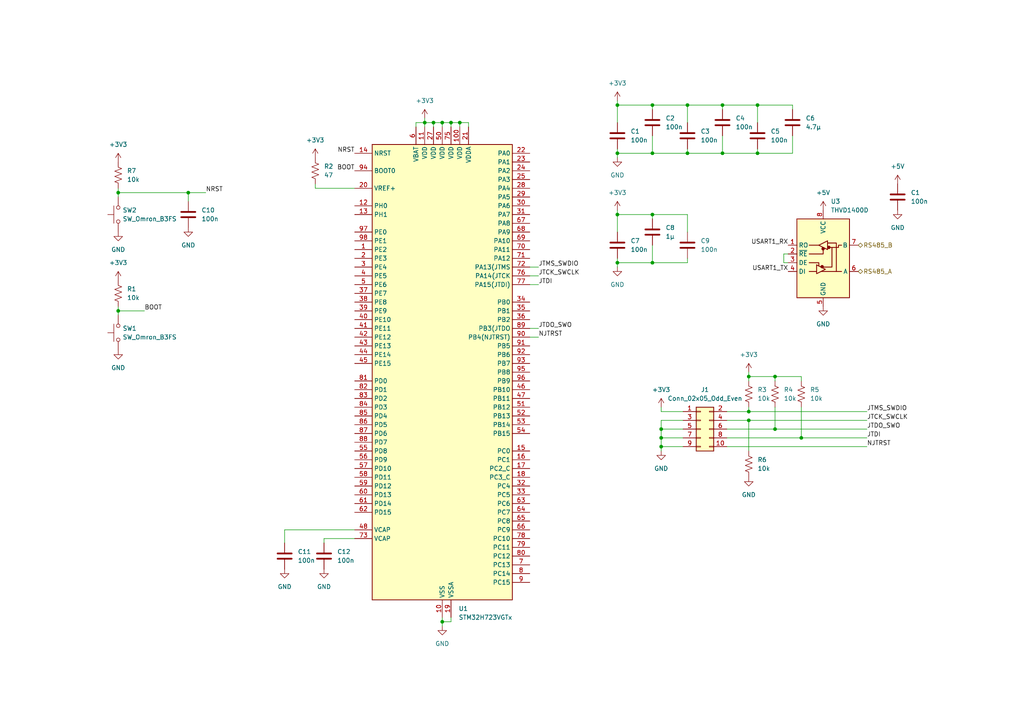
<source format=kicad_sch>
(kicad_sch (version 20230121) (generator eeschema)
  (paper "A4")
  (lib_symbols
    (symbol "Connector_Generic:Conn_02x05_Odd_Even" (pin_names (offset 1.016) hide)
      (property "Reference" "J" (at 1.27 7.62 0))
      (property "Value" "Conn_02x05_Odd_Even" (at 1.27 -7.62 0))
      (symbol "Conn_02x05_Odd_Even_1_1"
        (rectangle (start -1.27 -4.953) (end 0 -5.207) (stroke (width 0.1524)))
        (rectangle (start -1.27 -2.413) (end 0 -2.667) (stroke (width 0.1524)))
        (rectangle (start -1.27 0.127) (end 0 -0.127) (stroke (width 0.1524)))
        (rectangle (start -1.27 2.667) (end 0 2.413) (stroke (width 0.1524)))
        (rectangle (start -1.27 5.207) (end 0 4.953) (stroke (width 0.1524)))
        (rectangle (start -1.27 6.35) (end 3.81 -6.35) (stroke (width 0.254)) (fill (type background)))
        (rectangle (start 3.81 -4.953) (end 2.54 -5.207) (stroke (width 0.1524)))
        (rectangle (start 3.81 -2.413) (end 2.54 -2.667) (stroke (width 0.1524)))
        (rectangle (start 3.81 0.127) (end 2.54 -0.127) (stroke (width 0.1524)))
        (rectangle (start 3.81 2.667) (end 2.54 2.413) (stroke (width 0.1524)))
        (rectangle (start 3.81 5.207) (end 2.54 4.953) (stroke (width 0.1524)))
        (pin passive line (at -5.08 5.08 0) (length 3.81) (name "Pin_1") (number "1"))
        (pin passive line (at 7.62 -5.08 180) (length 3.81) (name "Pin_10") (number "10"))
        (pin passive line (at 7.62 5.08 180) (length 3.81) (name "Pin_2") (number "2"))
        (pin passive line (at -5.08 2.54 0) (length 3.81) (name "Pin_3") (number "3"))
        (pin passive line (at 7.62 2.54 180) (length 3.81) (name "Pin_4") (number "4"))
        (pin passive line (at -5.08 0 0) (length 3.81) (name "Pin_5") (number "5"))
        (pin passive line (at 7.62 0 180) (length 3.81) (name "Pin_6") (number "6"))
        (pin passive line (at -5.08 -2.54 0) (length 3.81) (name "Pin_7") (number "7"))
        (pin passive line (at 7.62 -2.54 180) (length 3.81) (name "Pin_8") (number "8"))
        (pin passive line (at -5.08 -5.08 0) (length 3.81) (name "Pin_9") (number "9"))
      )
    )
    (symbol "Device:C" (pin_numbers hide) (pin_names (offset 0.254))
      (property "Reference" "C" (at 0.635 2.54 0))
      (property "Value" "C" (at 0.635 -2.54 0))
      (symbol "C_0_1"
        (polyline (pts (xy -2.032 -0.762) (xy 2.032 -0.762)) (stroke (width 0.508)))
        (polyline (pts (xy -2.032 0.762) (xy 2.032 0.762)) (stroke (width 0.508)))
      )
      (symbol "C_1_1"
        (pin passive line (at 0 3.81 270) (length 2.794) (name "~") (number "1"))
        (pin passive line (at 0 -3.81 90) (length 2.794) (name "~") (number "2"))
      )
    )
    (symbol "Device:R_US" (pin_numbers hide) (pin_names (offset 0))
      (property "Reference" "R" (at 2.54 0 90))
      (property "Value" "R_US" (at -2.54 0 90))
      (symbol "R_US_0_1"
        (polyline (pts (xy 0 -2.286) (xy 0 -2.54)))
        (polyline (pts (xy 0 2.286) (xy 0 2.54)))
        (polyline (pts (xy 0 -0.762) (xy 1.016 -1.143) (xy 0 -1.524) (xy -1.016 -1.905) (xy 0 -2.286)))
        (polyline (pts (xy 0 0.762) (xy 1.016 0.381) (xy 0 0) (xy -1.016 -0.381) (xy 0 -0.762)))
        (polyline (pts (xy 0 2.286) (xy 1.016 1.905) (xy 0 1.524) (xy -1.016 1.143) (xy 0 0.762)))
      )
      (symbol "R_US_1_1"
        (pin passive line (at 0 3.81 270) (length 1.27) (name "~") (number "1"))
        (pin passive line (at 0 -3.81 90) (length 1.27) (name "~") (number "2"))
      )
    )
    (symbol "Interface_UART:THVD1400D"
      (property "Reference" "U" (at -6.096 11.43 0))
      (property "Value" "THVD1400D" (at 0.762 11.43 0))
      (symbol "THVD1400D_0_1"
        (rectangle (start -7.62 10.16) (end 7.62 -12.7) (stroke (width 0.254)) (fill (type background)))
        (circle (center -0.3048 -3.683) (radius 0.3556) (stroke (width 0.254)) (fill (type outline)))
        (circle (center -0.0254 1.4986) (radius 0.3556) (stroke (width 0.254)) (fill (type outline)))
        (polyline (pts (xy -4.064 -5.08) (xy -1.905 -5.08)) (stroke (width 0.254)))
        (polyline (pts (xy -4.064 2.54) (xy -1.27 2.54)) (stroke (width 0.254)))
        (polyline (pts (xy -1.27 -3.2004) (xy -1.27 -3.4544)) (stroke (width 0.254)))
        (polyline (pts (xy -0.635 -5.08) (xy 5.334 -5.08)) (stroke (width 0.254)))
        (polyline (pts (xy -4.064 -2.54) (xy -1.27 -2.54) (xy -1.27 -3.175)) (stroke (width 0.254)))
        (polyline (pts (xy 0 1.27) (xy 0 0) (xy -4.064 0)) (stroke (width 0.254)))
        (polyline (pts (xy 1.27 3.175) (xy 3.81 3.175) (xy 3.81 -5.08)) (stroke (width 0.254)))
        (polyline (pts (xy 2.54 1.905) (xy 2.54 -3.81) (xy 0 -3.81)) (stroke (width 0.254)))
        (polyline (pts (xy -1.905 -3.175) (xy -1.905 -5.715) (xy 0.635 -4.445) (xy -1.905 -3.175)) (stroke (width 0.254)))
        (polyline (pts (xy -1.27 2.54) (xy 1.27 3.81) (xy 1.27 1.27) (xy -1.27 2.54)) (stroke (width 0.254)))
        (polyline (pts (xy 1.905 1.905) (xy 4.445 1.905) (xy 4.445 2.54) (xy 5.334 2.54)) (stroke (width 0.254)))
        (rectangle (start 1.27 3.175) (end 1.27 3.175))
        (circle (center 1.651 1.905) (radius 0.3556) (stroke (width 0.254)) (fill (type outline)))
      )
      (symbol "THVD1400D_1_1"
        (pin output line (at -10.16 2.54 0) (length 2.54) (name "RO") (number "1"))
        (pin input line (at -10.16 0 0) (length 2.54) (name "~{RE}") (number "2"))
        (pin input line (at -10.16 -2.54 0) (length 2.54) (name "DE") (number "3"))
        (pin input line (at -10.16 -5.08 0) (length 2.54) (name "DI") (number "4"))
        (pin power_in line (at 0 -15.24 90) (length 2.54) (name "GND") (number "5"))
        (pin bidirectional line (at 10.16 -5.08 180) (length 2.54) (name "A") (number "6"))
        (pin bidirectional line (at 10.16 2.54 180) (length 2.54) (name "B") (number "7"))
        (pin power_in line (at 0 12.7 270) (length 2.54) (name "VCC") (number "8"))
      )
    )
    (symbol "MCU_ST_STM32H7:STM32H723VGTx"
      (property "Reference" "U" (at -20.32 67.31 0))
      (property "Value" "STM32H723VGTx" (at 10.16 67.31 0))
      (symbol "STM32H723VGTx_0_1"
        (rectangle (start -20.32 -66.04) (end 20.32 66.04) (stroke (width 0.254)) (fill (type background)))
      )
      (symbol "STM32H723VGTx_1_1"
        (pin bidirectional line (at -25.4 35.56 0) (length 5.08) (name "PE2") (number "1"))
        (pin power_in line (at 0 -71.12 90) (length 5.08) (name "VSS") (number "10"))
        (pin power_in line (at 5.08 71.12 270) (length 5.08) (name "VDD") (number "100"))
        (pin power_in line (at -5.08 71.12 270) (length 5.08) (name "VDD") (number "11"))
        (pin bidirectional line (at -25.4 48.26 0) (length 5.08) (name "PH0") (number "12"))
        (pin bidirectional line (at -25.4 45.72 0) (length 5.08) (name "PH1") (number "13"))
        (pin input line (at -25.4 63.5 0) (length 5.08) (name "NRST") (number "14"))
        (pin bidirectional line (at 25.4 -22.86 180) (length 5.08) (name "PC0") (number "15"))
        (pin bidirectional line (at 25.4 -25.4 180) (length 5.08) (name "PC1") (number "16"))
        (pin bidirectional line (at 25.4 -27.94 180) (length 5.08) (name "PC2_C") (number "17"))
        (pin bidirectional line (at 25.4 -30.48 180) (length 5.08) (name "PC3_C") (number "18"))
        (pin power_in line (at 2.54 -71.12 90) (length 5.08) (name "VSSA") (number "19"))
        (pin bidirectional line (at -25.4 33.02 0) (length 5.08) (name "PE3") (number "2"))
        (pin input line (at -25.4 53.34 0) (length 5.08) (name "VREF+") (number "20"))
        (pin power_in line (at 7.62 71.12 270) (length 5.08) (name "VDDA") (number "21"))
        (pin bidirectional line (at 25.4 63.5 180) (length 5.08) (name "PA0") (number "22"))
        (pin bidirectional line (at 25.4 60.96 180) (length 5.08) (name "PA1") (number "23"))
        (pin bidirectional line (at 25.4 58.42 180) (length 5.08) (name "PA2") (number "24"))
        (pin bidirectional line (at 25.4 55.88 180) (length 5.08) (name "PA3") (number "25"))
        (pin passive line (at 0 -71.12 90) (length 5.08) hide (name "VSS") (number "26"))
        (pin power_in line (at -2.54 71.12 270) (length 5.08) (name "VDD") (number "27"))
        (pin bidirectional line (at 25.4 53.34 180) (length 5.08) (name "PA4") (number "28"))
        (pin bidirectional line (at 25.4 50.8 180) (length 5.08) (name "PA5") (number "29"))
        (pin bidirectional line (at -25.4 30.48 0) (length 5.08) (name "PE4") (number "3"))
        (pin bidirectional line (at 25.4 48.26 180) (length 5.08) (name "PA6") (number "30"))
        (pin bidirectional line (at 25.4 45.72 180) (length 5.08) (name "PA7") (number "31"))
        (pin bidirectional line (at 25.4 -33.02 180) (length 5.08) (name "PC4") (number "32"))
        (pin bidirectional line (at 25.4 -35.56 180) (length 5.08) (name "PC5") (number "33"))
        (pin bidirectional line (at 25.4 20.32 180) (length 5.08) (name "PB0") (number "34"))
        (pin bidirectional line (at 25.4 17.78 180) (length 5.08) (name "PB1") (number "35"))
        (pin bidirectional line (at 25.4 15.24 180) (length 5.08) (name "PB2") (number "36"))
        (pin bidirectional line (at -25.4 22.86 0) (length 5.08) (name "PE7") (number "37"))
        (pin bidirectional line (at -25.4 20.32 0) (length 5.08) (name "PE8") (number "38"))
        (pin bidirectional line (at -25.4 17.78 0) (length 5.08) (name "PE9") (number "39"))
        (pin bidirectional line (at -25.4 27.94 0) (length 5.08) (name "PE5") (number "4"))
        (pin bidirectional line (at -25.4 15.24 0) (length 5.08) (name "PE10") (number "40"))
        (pin bidirectional line (at -25.4 12.7 0) (length 5.08) (name "PE11") (number "41"))
        (pin bidirectional line (at -25.4 10.16 0) (length 5.08) (name "PE12") (number "42"))
        (pin bidirectional line (at -25.4 7.62 0) (length 5.08) (name "PE13") (number "43"))
        (pin bidirectional line (at -25.4 5.08 0) (length 5.08) (name "PE14") (number "44"))
        (pin bidirectional line (at -25.4 2.54 0) (length 5.08) (name "PE15") (number "45"))
        (pin bidirectional line (at 25.4 -5.08 180) (length 5.08) (name "PB10") (number "46"))
        (pin bidirectional line (at 25.4 -7.62 180) (length 5.08) (name "PB11") (number "47"))
        (pin power_out line (at -25.4 -45.72 0) (length 5.08) (name "VCAP") (number "48"))
        (pin passive line (at 0 -71.12 90) (length 5.08) hide (name "VSS") (number "49"))
        (pin bidirectional line (at -25.4 25.4 0) (length 5.08) (name "PE6") (number "5"))
        (pin power_in line (at 0 71.12 270) (length 5.08) (name "VDD") (number "50"))
        (pin bidirectional line (at 25.4 -10.16 180) (length 5.08) (name "PB12") (number "51"))
        (pin bidirectional line (at 25.4 -12.7 180) (length 5.08) (name "PB13") (number "52"))
        (pin bidirectional line (at 25.4 -15.24 180) (length 5.08) (name "PB14") (number "53"))
        (pin bidirectional line (at 25.4 -17.78 180) (length 5.08) (name "PB15") (number "54"))
        (pin bidirectional line (at -25.4 -22.86 0) (length 5.08) (name "PD8") (number "55"))
        (pin bidirectional line (at -25.4 -25.4 0) (length 5.08) (name "PD9") (number "56"))
        (pin bidirectional line (at -25.4 -27.94 0) (length 5.08) (name "PD10") (number "57"))
        (pin bidirectional line (at -25.4 -30.48 0) (length 5.08) (name "PD11") (number "58"))
        (pin bidirectional line (at -25.4 -33.02 0) (length 5.08) (name "PD12") (number "59"))
        (pin power_in line (at -7.62 71.12 270) (length 5.08) (name "VBAT") (number "6"))
        (pin bidirectional line (at -25.4 -35.56 0) (length 5.08) (name "PD13") (number "60"))
        (pin bidirectional line (at -25.4 -38.1 0) (length 5.08) (name "PD14") (number "61"))
        (pin bidirectional line (at -25.4 -40.64 0) (length 5.08) (name "PD15") (number "62"))
        (pin bidirectional line (at 25.4 -38.1 180) (length 5.08) (name "PC6") (number "63"))
        (pin bidirectional line (at 25.4 -40.64 180) (length 5.08) (name "PC7") (number "64"))
        (pin bidirectional line (at 25.4 -43.18 180) (length 5.08) (name "PC8") (number "65"))
        (pin bidirectional line (at 25.4 -45.72 180) (length 5.08) (name "PC9") (number "66"))
        (pin bidirectional line (at 25.4 43.18 180) (length 5.08) (name "PA8") (number "67"))
        (pin bidirectional line (at 25.4 40.64 180) (length 5.08) (name "PA9") (number "68"))
        (pin bidirectional line (at 25.4 38.1 180) (length 5.08) (name "PA10") (number "69"))
        (pin bidirectional line (at 25.4 -55.88 180) (length 5.08) (name "PC13") (number "7"))
        (pin bidirectional line (at 25.4 35.56 180) (length 5.08) (name "PA11") (number "70"))
        (pin bidirectional line (at 25.4 33.02 180) (length 5.08) (name "PA12") (number "71"))
        (pin bidirectional line (at 25.4 30.48 180) (length 5.08) (name "PA13(JTMS") (number "72"))
        (pin power_out line (at -25.4 -48.26 0) (length 5.08) (name "VCAP") (number "73"))
        (pin passive line (at 0 -71.12 90) (length 5.08) hide (name "VSS") (number "74"))
        (pin power_in line (at 2.54 71.12 270) (length 5.08) (name "VDD") (number "75"))
        (pin bidirectional line (at 25.4 27.94 180) (length 5.08) (name "PA14(JTCK") (number "76"))
        (pin bidirectional line (at 25.4 25.4 180) (length 5.08) (name "PA15(JTDI)") (number "77"))
        (pin bidirectional line (at 25.4 -48.26 180) (length 5.08) (name "PC10") (number "78"))
        (pin bidirectional line (at 25.4 -50.8 180) (length 5.08) (name "PC11") (number "79"))
        (pin bidirectional line (at 25.4 -58.42 180) (length 5.08) (name "PC14") (number "8"))
        (pin bidirectional line (at 25.4 -53.34 180) (length 5.08) (name "PC12") (number "80"))
        (pin bidirectional line (at -25.4 -2.54 0) (length 5.08) (name "PD0") (number "81"))
        (pin bidirectional line (at -25.4 -5.08 0) (length 5.08) (name "PD1") (number "82"))
        (pin bidirectional line (at -25.4 -7.62 0) (length 5.08) (name "PD2") (number "83"))
        (pin bidirectional line (at -25.4 -10.16 0) (length 5.08) (name "PD3") (number "84"))
        (pin bidirectional line (at -25.4 -12.7 0) (length 5.08) (name "PD4") (number "85"))
        (pin bidirectional line (at -25.4 -15.24 0) (length 5.08) (name "PD5") (number "86"))
        (pin bidirectional line (at -25.4 -17.78 0) (length 5.08) (name "PD6") (number "87"))
        (pin bidirectional line (at -25.4 -20.32 0) (length 5.08) (name "PD7") (number "88"))
        (pin bidirectional line (at 25.4 12.7 180) (length 5.08) (name "PB3(JTDO") (number "89"))
        (pin bidirectional line (at 25.4 -60.96 180) (length 5.08) (name "PC15") (number "9"))
        (pin bidirectional line (at 25.4 10.16 180) (length 5.08) (name "PB4(NJTRST)") (number "90"))
        (pin bidirectional line (at 25.4 7.62 180) (length 5.08) (name "PB5") (number "91"))
        (pin bidirectional line (at 25.4 5.08 180) (length 5.08) (name "PB6") (number "92"))
        (pin bidirectional line (at 25.4 2.54 180) (length 5.08) (name "PB7") (number "93"))
        (pin input line (at -25.4 58.42 0) (length 5.08) (name "BOOT0") (number "94"))
        (pin bidirectional line (at 25.4 0 180) (length 5.08) (name "PB8") (number "95"))
        (pin bidirectional line (at 25.4 -2.54 180) (length 5.08) (name "PB9") (number "96"))
        (pin bidirectional line (at -25.4 40.64 0) (length 5.08) (name "PE0") (number "97"))
        (pin bidirectional line (at -25.4 38.1 0) (length 5.08) (name "PE1") (number "98"))
        (pin passive line (at 0 -71.12 90) (length 5.08) hide (name "VSS") (number "99"))
      )
    )
    (symbol "Switch:SW_Omron_B3FS" (pin_numbers hide) (pin_names (offset 1.016) hide)
      (property "Reference" "SW" (at 1.27 2.54 0))
      (property "Value" "SW_Omron_B3FS" (at 0 -1.524 0))
      (symbol "SW_Omron_B3FS_0_1"
        (circle (center -2.032 0) (radius 0.508))
        (polyline (pts (xy 0 1.27) (xy 0 3.048)))
        (polyline (pts (xy 2.54 1.27) (xy -2.54 1.27)))
        (circle (center 2.032 0) (radius 0.508))
        (pin passive line (at -5.08 0 0) (length 2.54) (name "1") (number "1"))
        (pin passive line (at 5.08 0 180) (length 2.54) (name "2") (number "2"))
      )
    )
    (symbol "power:+3V3" (power) (pin_names (offset 0))
      (property "Value" "+3V3" (at 0 3.556 0))
      (symbol "+3V3_0_1"
        (polyline (pts (xy -0.762 1.27) (xy 0 2.54)))
        (polyline (pts (xy 0 0) (xy 0 2.54)))
        (polyline (pts (xy 0 2.54) (xy 0.762 1.27)))
      )
      (symbol "+3V3_1_1"
        (pin power_in line (at 0 0 90) (length 0) hide (name "+3V3") (number "1"))
      )
    )
    (symbol "power:+5V" (power) (pin_names (offset 0))
      (property "Value" "+5V" (at 0 3.556 0))
      (symbol "+5V_0_1"
        (polyline (pts (xy -0.762 1.27) (xy 0 2.54)))
        (polyline (pts (xy 0 0) (xy 0 2.54)))
        (polyline (pts (xy 0 2.54) (xy 0.762 1.27)))
      )
      (symbol "+5V_1_1"
        (pin power_in line (at 0 0 90) (length 0) hide (name "+5V") (number "1"))
      )
    )
    (symbol "power:GND" (power) (pin_names (offset 0))
      (property "Value" "GND" (at 0 -3.81 0))
      (symbol "GND_0_1"
        (polyline (pts (xy 0 0) (xy 0 -1.27) (xy 1.27 -1.27) (xy 0 -2.54) (xy -1.27 -1.27) (xy 0 -1.27)))
      )
      (symbol "GND_1_1"
        (pin power_in line (at 0 0 270) (length 0) hide (name "GND") (number "1"))
      )
    )
  )
  (junction (at 189.23 62.23))
  (junction (at 179.07 62.23))
  (junction (at 34.29 90.17))
  (junction (at 179.07 76.2))
  (junction (at 209.55 30.48))
  (junction (at 128.27 180.34))
  (junction (at 232.41 127))
  (junction (at 224.79 109.22))
  (junction (at 217.17 121.92))
  (junction (at 209.55 44.45))
  (junction (at 191.77 124.46))
  (junction (at 189.23 30.48))
  (junction (at 219.71 44.45))
  (junction (at 179.07 30.48))
  (junction (at 179.07 44.45))
  (junction (at 217.17 109.22))
  (junction (at 189.23 44.45))
  (junction (at 128.27 35.56))
  (junction (at 199.39 44.45))
  (junction (at 54.61 55.88))
  (junction (at 219.71 30.48))
  (junction (at 125.73 35.56))
  (junction (at 191.77 129.54))
  (junction (at 130.81 35.56))
  (junction (at 199.39 30.48))
  (junction (at 133.35 35.56))
  (junction (at 34.29 55.88))
  (junction (at 123.19 35.56))
  (junction (at 224.79 124.46))
  (junction (at 189.23 76.2))
  (junction (at 217.17 119.38))
  (junction (at 191.77 127))
  (wire (pts (xy 219.71 30.48) (xy 229.87 30.48)))
  (wire (pts (xy 227.33 76.2) (xy 228.6 76.2)))
  (wire (pts (xy 179.07 30.48) (xy 179.07 35.56)))
  (wire (pts (xy 189.23 30.48) (xy 189.23 31.75)))
  (wire (pts (xy 251.46 127) (xy 232.41 127)))
  (wire (pts (xy 82.55 153.67) (xy 82.55 157.48)))
  (wire (pts (xy 199.39 43.18) (xy 199.39 44.45)))
  (wire (pts (xy 232.41 118.11) (xy 232.41 127)))
  (wire (pts (xy 191.77 129.54) (xy 191.77 127)))
  (wire (pts (xy 191.77 129.54) (xy 198.12 129.54)))
  (wire (pts (xy 210.82 124.46) (xy 224.79 124.46)))
  (wire (pts (xy 125.73 35.56) (xy 125.73 36.83)))
  (wire (pts (xy 224.79 124.46) (xy 251.46 124.46)))
  (wire (pts (xy 199.39 62.23) (xy 189.23 62.23)))
  (wire (pts (xy 153.67 82.55) (xy 156.21 82.55)))
  (wire (pts (xy 209.55 44.45) (xy 219.71 44.45)))
  (wire (pts (xy 54.61 55.88) (xy 54.61 58.42)))
  (wire (pts (xy 130.81 35.56) (xy 130.81 36.83)))
  (wire (pts (xy 191.77 119.38) (xy 198.12 119.38)))
  (wire (pts (xy 91.44 53.34) (xy 91.44 54.61)))
  (wire (pts (xy 123.19 34.29) (xy 123.19 35.56)))
  (wire (pts (xy 191.77 127) (xy 191.77 124.46)))
  (wire (pts (xy 128.27 180.34) (xy 130.81 180.34)))
  (wire (pts (xy 123.19 35.56) (xy 125.73 35.56)))
  (wire (pts (xy 179.07 74.93) (xy 179.07 76.2)))
  (wire (pts (xy 130.81 179.07) (xy 130.81 180.34)))
  (wire (pts (xy 224.79 118.11) (xy 224.79 124.46)))
  (wire (pts (xy 102.87 153.67) (xy 82.55 153.67)))
  (wire (pts (xy 232.41 110.49) (xy 232.41 109.22)))
  (wire (pts (xy 179.07 44.45) (xy 189.23 44.45)))
  (wire (pts (xy 191.77 124.46) (xy 198.12 124.46)))
  (wire (pts (xy 199.39 74.93) (xy 199.39 76.2)))
  (wire (pts (xy 199.39 30.48) (xy 209.55 30.48)))
  (wire (pts (xy 209.55 30.48) (xy 209.55 31.75)))
  (wire (pts (xy 217.17 118.11) (xy 217.17 119.38)))
  (wire (pts (xy 179.07 76.2) (xy 179.07 77.47)))
  (wire (pts (xy 34.29 55.88) (xy 34.29 57.15)))
  (wire (pts (xy 191.77 121.92) (xy 198.12 121.92)))
  (wire (pts (xy 229.87 39.37) (xy 229.87 44.45)))
  (wire (pts (xy 135.89 36.83) (xy 135.89 35.56)))
  (wire (pts (xy 179.07 29.21) (xy 179.07 30.48)))
  (wire (pts (xy 179.07 43.18) (xy 179.07 44.45)))
  (wire (pts (xy 123.19 35.56) (xy 123.19 36.83)))
  (wire (pts (xy 128.27 35.56) (xy 130.81 35.56)))
  (wire (pts (xy 179.07 44.45) (xy 179.07 45.72)))
  (wire (pts (xy 228.6 73.66) (xy 227.33 73.66)))
  (wire (pts (xy 189.23 62.23) (xy 179.07 62.23)))
  (wire (pts (xy 189.23 76.2) (xy 199.39 76.2)))
  (wire (pts (xy 217.17 121.92) (xy 217.17 130.81)))
  (wire (pts (xy 232.41 109.22) (xy 224.79 109.22)))
  (wire (pts (xy 34.29 54.61) (xy 34.29 55.88)))
  (wire (pts (xy 217.17 121.92) (xy 210.82 121.92)))
  (wire (pts (xy 199.39 44.45) (xy 209.55 44.45)))
  (wire (pts (xy 128.27 180.34) (xy 128.27 181.61)))
  (wire (pts (xy 153.67 95.25) (xy 156.21 95.25)))
  (wire (pts (xy 91.44 54.61) (xy 102.87 54.61)))
  (wire (pts (xy 232.41 127) (xy 210.82 127)))
  (wire (pts (xy 219.71 43.18) (xy 219.71 44.45)))
  (wire (pts (xy 224.79 109.22) (xy 217.17 109.22)))
  (wire (pts (xy 199.39 67.31) (xy 199.39 62.23)))
  (wire (pts (xy 191.77 118.11) (xy 191.77 119.38)))
  (wire (pts (xy 93.98 156.21) (xy 93.98 157.48)))
  (wire (pts (xy 209.55 39.37) (xy 209.55 44.45)))
  (wire (pts (xy 189.23 30.48) (xy 199.39 30.48)))
  (wire (pts (xy 130.81 35.56) (xy 133.35 35.56)))
  (wire (pts (xy 227.33 73.66) (xy 227.33 76.2)))
  (wire (pts (xy 189.23 71.12) (xy 189.23 76.2)))
  (wire (pts (xy 128.27 179.07) (xy 128.27 180.34)))
  (wire (pts (xy 34.29 55.88) (xy 54.61 55.88)))
  (wire (pts (xy 34.29 88.9) (xy 34.29 90.17)))
  (wire (pts (xy 179.07 62.23) (xy 179.07 67.31)))
  (wire (pts (xy 120.65 35.56) (xy 123.19 35.56)))
  (wire (pts (xy 179.07 60.96) (xy 179.07 62.23)))
  (wire (pts (xy 199.39 30.48) (xy 199.39 35.56)))
  (wire (pts (xy 54.61 55.88) (xy 59.69 55.88)))
  (wire (pts (xy 217.17 121.92) (xy 251.46 121.92)))
  (wire (pts (xy 209.55 30.48) (xy 219.71 30.48)))
  (wire (pts (xy 191.77 127) (xy 198.12 127)))
  (wire (pts (xy 34.29 90.17) (xy 41.91 90.17)))
  (wire (pts (xy 189.23 44.45) (xy 199.39 44.45)))
  (wire (pts (xy 217.17 109.22) (xy 217.17 110.49)))
  (wire (pts (xy 191.77 124.46) (xy 191.77 121.92)))
  (wire (pts (xy 251.46 119.38) (xy 217.17 119.38)))
  (wire (pts (xy 34.29 90.17) (xy 34.29 91.44)))
  (wire (pts (xy 217.17 107.95) (xy 217.17 109.22)))
  (wire (pts (xy 179.07 30.48) (xy 189.23 30.48)))
  (wire (pts (xy 224.79 109.22) (xy 224.79 110.49)))
  (wire (pts (xy 251.46 129.54) (xy 210.82 129.54)))
  (wire (pts (xy 189.23 39.37) (xy 189.23 44.45)))
  (wire (pts (xy 153.67 97.79) (xy 156.21 97.79)))
  (wire (pts (xy 128.27 35.56) (xy 128.27 36.83)))
  (wire (pts (xy 219.71 44.45) (xy 229.87 44.45)))
  (wire (pts (xy 102.87 156.21) (xy 93.98 156.21)))
  (wire (pts (xy 217.17 119.38) (xy 210.82 119.38)))
  (wire (pts (xy 191.77 130.81) (xy 191.77 129.54)))
  (wire (pts (xy 133.35 35.56) (xy 133.35 36.83)))
  (wire (pts (xy 179.07 76.2) (xy 189.23 76.2)))
  (wire (pts (xy 153.67 80.01) (xy 156.21 80.01)))
  (wire (pts (xy 120.65 36.83) (xy 120.65 35.56)))
  (wire (pts (xy 153.67 77.47) (xy 156.21 77.47)))
  (wire (pts (xy 189.23 63.5) (xy 189.23 62.23)))
  (wire (pts (xy 125.73 35.56) (xy 128.27 35.56)))
  (wire (pts (xy 229.87 31.75) (xy 229.87 30.48)))
  (wire (pts (xy 133.35 35.56) (xy 135.89 35.56)))
  (wire (pts (xy 219.71 30.48) (xy 219.71 35.56)))
  (label "JTDI" (at 156.21 82.55 0))
  (label "USART1_RX" (at 228.6 71.12 180))
  (label "JTMS_SWDIO" (at 251.46 119.38 0))
  (label "NRST" (at 102.87 44.45 180))
  (label "NRST" (at 59.69 55.88 0))
  (label "BOOT" (at 102.87 49.53 180))
  (label "JTCK_SWCLK" (at 156.21 80.01 0))
  (label "JTDO_SWO" (at 156.21 95.25 0))
  (label "JTCK_SWCLK" (at 251.46 121.92 0))
  (label "JTDO_SWO" (at 251.46 124.46 0))
  (label "NJTRST" (at 251.46 129.54 0))
  (label "USART1_TX" (at 228.6 78.74 180))
  (label "JTMS_SWDIO" (at 156.21 77.47 0))
  (label "NJTRST" (at 156.21 97.79 0))
  (label "BOOT" (at 41.91 90.17 0))
  (label "JTDI" (at 251.46 127 0))
  (hierarchical_label "RS485_B" (shape bidirectional) (at 248.92 71.12 0))
  (hierarchical_label "RS485_A" (shape bidirectional) (at 248.92 78.74 0))
  (symbol (lib_id "power:GND") (at 34.29 101.6 0) (unit 1)
    (property "Reference" "#PWR01" (effects hide))
    (property "Value" "GND" (at 34.29 106.68 0))
    (instances (project "fyp_nubots_ssl" (path "" (reference "#PWR01") (unit 1)) (path "" (reference "#PWR02") (unit 1))))
  )
  (symbol (lib_id "Device:C") (at 179.07 71.12 0) (unit 1)
    (property "Reference" "C7" (at 182.88 69.85 0) (effects (justify left)))
    (property "Value" "100n" (at 182.88 72.39 0) (effects (justify left)))
    (property "Footprint" "Capacitor_SMD:C_0603_1608Metric" (effects hide))
    (instances (project "fyp_nubots_ssl" (path "" (reference "C7") (unit 1)) (path "" (reference "C3") (unit 1))))
  )
  (symbol (lib_id "power:+3V3") (at 123.19 34.29 0) (unit 1)
    (property "Reference" "#PWR05" (effects hide))
    (property "Value" "+3V3" (at 123.19 29.21 0))
    (instances (project "fyp_nubots_ssl" (path "" (reference "#PWR05") (unit 1)) (path "" (reference "#PWR06") (unit 1))))
  )
  (symbol (lib_id "Device:R_US") (at 217.17 134.62 0) (unit 1)
    (property "Reference" "R6" (at 219.71 133.35 0) (effects (justify left)))
    (property "Value" "10k" (at 219.71 135.89 0) (effects (justify left)))
    (instances (project "fyp_nubots_ssl" (path "" (reference "R6") (unit 1)) (path "" (reference "R5") (unit 1))))
  )
  (symbol (lib_id "power:GND") (at 260.35 60.96 0) (unit 1)
    (property "Reference" "#PWR039" (effects hide))
    (property "Value" "GND" (at 260.35 66.04 0))
  )
  (symbol (lib_id "power:GND") (at 179.07 77.47 0) (unit 1)
    (property "Reference" "#PWR07" (effects hide))
    (property "Value" "GND" (at 179.07 82.55 0))
    (instances (project "fyp_nubots_ssl" (path "" (reference "#PWR07") (unit 1)) (path "" (reference "#PWR011") (unit 1))))
  )
  (symbol (lib_id "Device:C") (at 54.61 62.23 0) (unit 1)
    (property "Reference" "C10" (at 58.42 60.96 0) (effects (justify left)))
    (property "Value" "100n" (at 58.42 63.5 0) (effects (justify left)))
    (property "Footprint" "Capacitor_SMD:C_0603_1608Metric" (effects hide))
    (instances (project "fyp_nubots_ssl" (path "" (reference "C10") (unit 1)) (path "" (reference "C6") (unit 1))))
  )
  (symbol (lib_id "Device:R_US") (at 91.44 49.53 180) (unit 1)
    (property "Reference" "R2" (at 93.98 48.26 0) (effects (justify right)))
    (property "Value" "47" (at 93.98 50.8 0) (effects (justify right)))
    (property "Footprint" "Resistor_SMD:R_0603_1608Metric" (effects hide))
  )
  (symbol (lib_id "power:GND") (at 217.17 138.43 0) (unit 1)
    (property "Reference" "#PWR012" (effects hide))
    (property "Value" "GND" (at 217.17 143.51 0))
    (instances (project "fyp_nubots_ssl" (path "" (reference "#PWR012") (unit 1)) (path "" (reference "#PWR015") (unit 1))))
  )
  (symbol (lib_id "Device:C") (at 82.55 161.29 180) (unit 1)
    (property "Reference" "C11" (at 86.36 160.02 0) (effects (justify right)))
    (property "Value" "100n" (at 86.36 162.56 0) (effects (justify right)))
    (property "Footprint" "Capacitor_SMD:C_0603_1608Metric" (effects hide))
    (instances (project "fyp_nubots_ssl" (path "" (reference "C11") (unit 1)) (path "" (reference "C1") (unit 1))))
  )
  (symbol (lib_id "Device:C") (at 199.39 71.12 0) (unit 1)
    (property "Reference" "C9" (at 203.2 69.85 0) (effects (justify left)))
    (property "Value" "100n" (at 203.2 72.39 0) (effects (justify left)))
    (property "Footprint" "Capacitor_SMD:C_0603_1608Metric" (effects hide))
    (instances (project "fyp_nubots_ssl" (path "" (reference "C9") (unit 1)) (path "" (reference "C5") (unit 1))))
  )
  (symbol (lib_id "Device:C") (at 189.23 67.31 0) (unit 1)
    (property "Reference" "C8" (at 193.04 66.04 0) (effects (justify left)))
    (property "Value" "1μ" (at 193.04 68.58 0) (effects (justify left)))
    (property "Footprint" "Capacitor_SMD:C_1206_3216Metric" (effects hide))
    (instances (project "fyp_nubots_ssl" (path "" (reference "C8") (unit 1)) (path "" (reference "C4") (unit 1))))
  )
  (symbol (lib_id "Device:C") (at 189.23 35.56 0) (unit 1)
    (property "Reference" "C2" (at 193.04 34.29 0) (effects (justify left)))
    (property "Value" "100n" (at 193.04 36.83 0) (effects (justify left)))
    (property "Footprint" "Capacitor_SMD:C_0603_1608Metric" (effects hide))
    (instances (project "fyp_nubots_ssl" (path "" (reference "C2") (unit 1)) (path "" (reference "C8") (unit 1))))
  )
  (symbol (lib_id "Device:C") (at 260.35 57.15 0) (unit 1)
    (property "Reference" "C1" (at 264.16 55.88 0) (effects (justify left)))
    (property "Value" "100n" (at 264.16 58.42 0) (effects (justify left)))
    (property "Footprint" "Capacitor_SMD:C_0603_1608Metric" (effects hide))
    (instances (project "fyp_nubots_ssl" (path "" (reference "C1") (unit 1)) (path "" (reference "C23") (unit 1))))
  )
  (symbol (lib_id "power:+3V3") (at 179.07 60.96 0) (unit 1)
    (property "Reference" "#PWR06" (effects hide))
    (property "Value" "+3V3" (at 179.07 55.88 0))
    (instances (project "fyp_nubots_ssl" (path "" (reference "#PWR06") (unit 1)) (path "" (reference "#PWR010") (unit 1))))
  )
  (symbol (lib_id "power:+3V3") (at 191.77 118.11 0) (unit 1)
    (property "Reference" "#PWR010" (effects hide))
    (property "Value" "+3V3" (at 191.77 113.03 0))
    (instances (project "fyp_nubots_ssl" (path "" (reference "#PWR010") (unit 1)) (path "" (reference "#PWR08") (unit 1))))
  )
  (symbol (lib_id "power:GND") (at 128.27 181.61 0) (unit 1)
    (property "Reference" "#PWR09" (effects hide))
    (property "Value" "GND" (at 128.27 186.69 0))
    (instances (project "fyp_nubots_ssl" (path "" (reference "#PWR09") (unit 1)) (path "" (reference "#PWR07") (unit 1))))
  )
  (symbol (lib_id "power:GND") (at 191.77 130.81 0) (unit 1)
    (property "Reference" "#PWR011" (effects hide))
    (property "Value" "GND" (at 191.77 135.89 0))
    (instances (project "fyp_nubots_ssl" (path "" (reference "#PWR011") (unit 1)) (path "" (reference "#PWR09") (unit 1))))
  )
  (symbol (lib_id "power:GND") (at 34.29 67.31 0) (unit 1)
    (property "Reference" "#PWR015" (effects hide))
    (property "Value" "GND" (at 34.29 72.39 0))
    (instances (project "fyp_nubots_ssl" (path "" (reference "#PWR015") (unit 1)) (path "" (reference "#PWR013") (unit 1))))
  )
  (symbol (lib_id "Device:C") (at 93.98 161.29 0) (unit 1)
    (property "Reference" "C12" (at 97.79 160.02 0) (effects (justify left)))
    (property "Value" "100n" (at 97.79 162.56 0) (effects (justify left)))
    (property "Footprint" "Capacitor_SMD:C_0603_1608Metric" (effects hide))
    (instances (project "fyp_nubots_ssl" (path "" (reference "C12") (unit 1)) (path "" (reference "C2") (unit 1))))
  )
  (symbol (lib_id "Device:R_US") (at 217.17 114.3 0) (unit 1)
    (property "Reference" "R3" (at 219.71 113.03 0) (effects (justify left)))
    (property "Value" "10k" (at 219.71 115.57 0) (effects (justify left)))
    (instances (project "fyp_nubots_ssl" (path "" (reference "R3") (unit 1)) (path "" (reference "R4") (unit 1))))
  )
  (symbol (lib_id "Device:C") (at 209.55 35.56 0) (unit 1)
    (property "Reference" "C4" (at 213.36 34.29 0) (effects (justify left)))
    (property "Value" "100n" (at 213.36 36.83 0) (effects (justify left)))
    (property "Footprint" "Capacitor_SMD:C_0603_1608Metric" (effects hide))
    (instances (project "fyp_nubots_ssl" (path "" (reference "C4") (unit 1)) (path "" (reference "C10") (unit 1))))
  )
  (symbol (lib_id "Device:R_US") (at 224.79 114.3 0) (unit 1)
    (property "Reference" "R4" (at 227.33 113.03 0) (effects (justify left)))
    (property "Value" "10k" (at 227.33 115.57 0) (effects (justify left)))
    (instances (project "fyp_nubots_ssl" (path "" (reference "R4") (unit 1)) (path "" (reference "R6") (unit 1))))
  )
  (symbol (lib_id "power:+3V3") (at 34.29 46.99 0) (unit 1)
    (property "Reference" "#PWR014" (effects hide))
    (property "Value" "+3V3" (at 34.29 41.91 0))
    (instances (project "fyp_nubots_ssl" (path "" (reference "#PWR014") (unit 1)) (path "" (reference "#PWR012") (unit 1))))
  )
  (symbol (lib_id "Device:C") (at 199.39 39.37 0) (unit 1)
    (property "Reference" "C3" (at 203.2 38.1 0) (effects (justify left)))
    (property "Value" "100n" (at 203.2 40.64 0) (effects (justify left)))
    (property "Footprint" "Capacitor_SMD:C_0603_1608Metric" (effects hide))
    (instances (project "fyp_nubots_ssl" (path "" (reference "C3") (unit 1)) (path "" (reference "C9") (unit 1))))
  )
  (symbol (lib_id "power:GND") (at 93.98 165.1 0) (unit 1)
    (property "Reference" "#PWR018" (effects hide))
    (property "Value" "GND" (at 93.98 170.18 0))
    (instances (project "fyp_nubots_ssl" (path "" (reference "#PWR018") (unit 1)) (path "" (reference "#PWR05") (unit 1))))
  )
  (symbol (lib_id "Connector_Generic:Conn_02x05_Odd_Even") (at 203.2 124.46 0) (unit 1)
    (property "Reference" "J1" (at 204.47 113.03 0))
    (property "Value" "Conn_02x05_Odd_Even" (at 204.47 115.57 0))
    (property "Footprint" "Connector_PinHeader_2.54mm:PinHeader_2x05_P2.54mm_Vertical" (effects hide))
  )
  (symbol (lib_id "power:GND") (at 54.61 66.04 0) (unit 1)
    (property "Reference" "#PWR016" (effects hide))
    (property "Value" "GND" (at 54.61 71.12 0))
  )
  (symbol (lib_id "Device:R_US") (at 34.29 50.8 0) (unit 1)
    (property "Reference" "R7" (at 36.83 49.53 0) (effects (justify left)))
    (property "Value" "10k" (at 36.83 52.07 0) (effects (justify left)))
    (property "Footprint" "Resistor_SMD:R_0603_1608Metric" (effects hide))
    (instances (project "fyp_nubots_ssl" (path "" (reference "R7") (unit 1)) (path "" (reference "R3") (unit 1))))
  )
  (symbol (lib_id "Switch:SW_Omron_B3FS") (at 34.29 62.23 90) (unit 1)
    (property "Reference" "SW2" (at 35.56 60.96 90) (effects (justify right)))
    (property "Value" "SW_Omron_B3FS" (at 35.56 63.5 90) (effects (justify right)))
    (property "Footprint" "Button_Switch_SMD:SW_SPST_Omron_B3FS-100xP" (effects hide))
    (property "Datasheet" "https://omronfs.omron.com/en_US/ecb/products/pdf/en-b3fs.pdf" (effects hide))
  )
  (symbol (lib_id "power:GND") (at 238.76 88.9 0) (unit 1)
    (property "Reference" "#PWR036" (effects hide))
    (property "Value" "GND" (at 238.76 93.98 0))
  )
  (symbol (lib_id "power:+5V") (at 260.35 53.34 0) (unit 1)
    (property "Reference" "#PWR038" (effects hide))
    (property "Value" "+5V" (at 260.35 48.26 0))
  )
  (symbol (lib_id "power:+3V3") (at 91.44 45.72 0) (unit 1)
    (property "Reference" "#PWR08" (effects hide))
    (property "Value" "+3V3" (at 91.44 40.64 0))
    (instances (project "fyp_nubots_ssl" (path "" (reference "#PWR08") (unit 1)) (path "" (reference "#PWR04") (unit 1))))
  )
  (symbol (lib_id "Interface_UART:THVD1400D") (at 238.76 73.66 0) (unit 1)
    (property "Reference" "U3" (at 240.9541 58.42 0) (effects (justify left)))
    (property "Value" "THVD1400D" (at 240.9541 60.96 0) (effects (justify left)))
    (property "Footprint" "Package_SO:SOIC-14_3.9x8.7mm_P1.27mm" (effects hide))
    (property "Datasheet" "https://www.ti.com/lit/ds/symlink/thvd1420.pdf" (effects hide))
  )
  (symbol (lib_id "Switch:SW_Omron_B3FS") (at 34.29 96.52 90) (unit 1)
    (property "Reference" "SW1" (at 35.56 95.25 90) (effects (justify right)))
    (property "Value" "SW_Omron_B3FS" (at 35.56 97.79 90) (effects (justify right)))
    (property "Footprint" "Button_Switch_SMD:SW_SPST_Omron_B3FS-100xP" (effects hide))
    (property "Datasheet" "https://omronfs.omron.com/en_US/ecb/products/pdf/en-b3fs.pdf" (effects hide))
  )
  (symbol (lib_id "Device:R_US") (at 232.41 114.3 0) (unit 1)
    (property "Reference" "R5" (at 234.95 113.03 0) (effects (justify left)))
    (property "Value" "10k" (at 234.95 115.57 0) (effects (justify left)))
    (instances (project "fyp_nubots_ssl" (path "" (reference "R5") (unit 1)) (path "" (reference "R7") (unit 1))))
  )
  (symbol (lib_id "power:+5V") (at 238.76 60.96 0) (unit 1)
    (property "Reference" "#PWR037" (effects hide))
    (property "Value" "+5V" (at 238.76 55.88 0))
  )
  (symbol (lib_id "power:+3V3") (at 217.17 107.95 0) (unit 1)
    (property "Reference" "#PWR013" (effects hide))
    (property "Value" "+3V3" (at 217.17 102.87 0))
    (instances (project "fyp_nubots_ssl" (path "" (reference "#PWR013") (unit 1)) (path "" (reference "#PWR014") (unit 1))))
  )
  (symbol (lib_id "Device:C") (at 219.71 39.37 0) (unit 1)
    (property "Reference" "C5" (at 223.52 38.1 0) (effects (justify left)))
    (property "Value" "100n" (at 223.52 40.64 0) (effects (justify left)))
    (property "Footprint" "Capacitor_SMD:C_0603_1608Metric" (effects hide))
    (instances (project "fyp_nubots_ssl" (path "" (reference "C5") (unit 1)) (path "" (reference "C11") (unit 1))))
  )
  (symbol (lib_id "power:GND") (at 82.55 165.1 0) (unit 1)
    (property "Reference" "#PWR017" (effects hide))
    (property "Value" "GND" (at 82.55 170.18 0))
    (instances (project "fyp_nubots_ssl" (path "" (reference "#PWR017") (unit 1)) (path "" (reference "#PWR03") (unit 1))))
  )
  (symbol (lib_id "MCU_ST_STM32H7:STM32H723VGTx") (at 128.27 107.95 0) (unit 1)
    (property "Reference" "U1" (at 133.0041 176.53 0) (effects (justify left)))
    (property "Value" "STM32H723VGTx" (at 133.0041 179.07 0) (effects (justify left)))
    (property "Footprint" "Package_QFP:LQFP-100_14x14mm_P0.5mm" (effects hide))
    (property "Datasheet" "https://www.st.com/resource/en/datasheet/stm32h723vg.pdf" (effects hide))
  )
  (symbol (lib_id "power:+3V3") (at 179.07 29.21 0) (unit 1)
    (property "Reference" "#PWR03" (effects hide))
    (property "Value" "+3V3" (at 179.07 24.13 0))
    (instances (project "fyp_nubots_ssl" (path "" (reference "#PWR03") (unit 1)) (path "" (reference "#PWR017") (unit 1))))
  )
  (symbol (lib_id "Device:C") (at 229.87 35.56 0) (unit 1)
    (property "Reference" "C6" (at 233.68 34.29 0) (effects (justify left)))
    (property "Value" "4.7μ" (at 233.68 36.83 0) (effects (justify left)))
    (property "Footprint" "Capacitor_SMD:C_1206_3216Metric" (effects hide))
    (instances (project "fyp_nubots_ssl" (path "" (reference "C6") (unit 1)) (path "" (reference "C12") (unit 1))))
  )
  (symbol (lib_id "power:GND") (at 179.07 45.72 0) (unit 1)
    (property "Reference" "#PWR04" (effects hide))
    (property "Value" "GND" (at 179.07 50.8 0))
    (instances (project "fyp_nubots_ssl" (path "" (reference "#PWR04") (unit 1)) (path "" (reference "#PWR018") (unit 1))))
  )
  (symbol (lib_id "Device:C") (at 179.07 39.37 0) (unit 1)
    (property "Reference" "C1" (at 182.88 38.1 0) (effects (justify left)))
    (property "Value" "100n" (at 182.88 40.64 0) (effects (justify left)))
    (property "Footprint" "Capacitor_SMD:C_0603_1608Metric" (effects hide))
    (instances (project "fyp_nubots_ssl" (path "" (reference "C1") (unit 1)) (path "" (reference "C7") (unit 1))))
  )
  (symbol (lib_id "power:+3V3") (at 34.29 81.28 0) (unit 1)
    (property "Reference" "#PWR02" (effects hide))
    (property "Value" "+3V3" (at 34.29 76.2 0))
    (instances (project "fyp_nubots_ssl" (path "" (reference "#PWR02") (unit 1)) (path "" (reference "#PWR01") (unit 1))))
  )
  (symbol (lib_id "Device:R_US") (at 34.29 85.09 0) (unit 1)
    (property "Reference" "R1" (at 36.83 83.82 0) (effects (justify left)))
    (property "Value" "10k" (at 36.83 86.36 0) (effects (justify left)))
    (property "Footprint" "Resistor_SMD:R_0603_1608Metric" (effects hide))
  )
)
</source>
